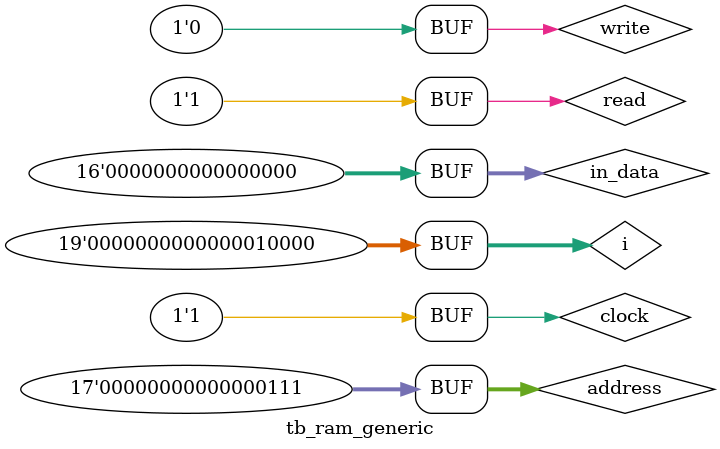
<source format=v>
`timescale 1ns / 1ps

module tb_ram_generic();

    localparam period = 1;
    reg [18:0] i;
    reg clock, read, write;
    reg [15:0] in_data;
    reg [16:0] address;
    wire [15:0] out_data;
    
    ram_generic #(16, 16) dut (.clock(clock),
                               .read(read),
                               .write(write),
                               .address(address),
                               .in_data(in_data),
                               .out_data(out_data));

    initial begin
        clock = 1'b0;
        read = 1'b0;
        write = 1'b1;
        // write data
        for (i = 0; i < 16; i = i + 1) begin
            clock = i[0];
            address = i[8:1];
            in_data = i[16:1] * 2 + 100;
            #period; // wait for period 
        end
        read = 1'b1;
        write = 1'b0;
        in_data = 0;
        // read data
        for (i = 0; i < 16; i = i + 1) begin
            clock = i[0];
            address = i[8:1];
            #period; // wait for period
        end
    end

endmodule

</source>
